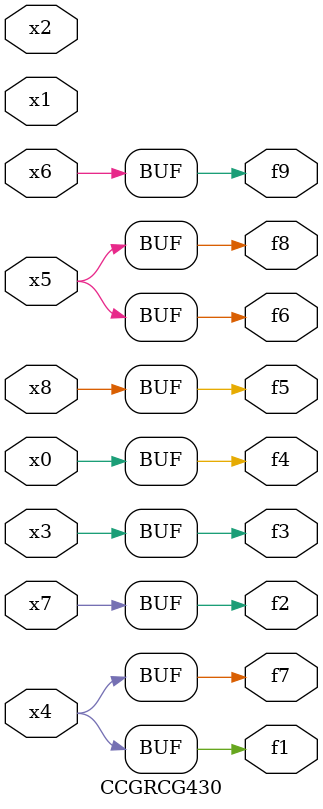
<source format=v>
module CCGRCG430(
	input x0, x1, x2, x3, x4, x5, x6, x7, x8,
	output f1, f2, f3, f4, f5, f6, f7, f8, f9
);
	assign f1 = x4;
	assign f2 = x7;
	assign f3 = x3;
	assign f4 = x0;
	assign f5 = x8;
	assign f6 = x5;
	assign f7 = x4;
	assign f8 = x5;
	assign f9 = x6;
endmodule

</source>
